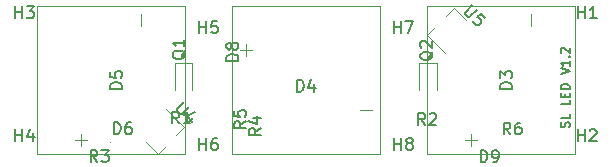
<source format=gbr>
G04 #@! TF.GenerationSoftware,KiCad,Pcbnew,(5.1.4)-1*
G04 #@! TF.CreationDate,2019-12-23T12:12:04-10:00*
G04 #@! TF.ProjectId,SkateLightLEDBoard,536b6174-654c-4696-9768-744c4544426f,rev?*
G04 #@! TF.SameCoordinates,Original*
G04 #@! TF.FileFunction,Legend,Top*
G04 #@! TF.FilePolarity,Positive*
%FSLAX46Y46*%
G04 Gerber Fmt 4.6, Leading zero omitted, Abs format (unit mm)*
G04 Created by KiCad (PCBNEW (5.1.4)-1) date 2019-12-23 12:12:04*
%MOMM*%
%LPD*%
G04 APERTURE LIST*
%ADD10C,0.127000*%
%ADD11C,0.120000*%
%ADD12C,0.100000*%
%ADD13C,0.150000*%
G04 APERTURE END LIST*
D10*
X22299748Y-3989251D02*
X22336034Y-3880394D01*
X22336034Y-3698965D01*
X22299748Y-3626394D01*
X22263462Y-3590108D01*
X22190891Y-3553822D01*
X22118320Y-3553822D01*
X22045748Y-3590108D01*
X22009462Y-3626394D01*
X21973177Y-3698965D01*
X21936891Y-3844108D01*
X21900605Y-3916679D01*
X21864320Y-3952965D01*
X21791748Y-3989251D01*
X21719177Y-3989251D01*
X21646605Y-3952965D01*
X21610320Y-3916679D01*
X21574034Y-3844108D01*
X21574034Y-3662679D01*
X21610320Y-3553822D01*
X22336034Y-2864394D02*
X22336034Y-3227251D01*
X21574034Y-3227251D01*
X22336034Y-1666965D02*
X22336034Y-2029822D01*
X21574034Y-2029822D01*
X21936891Y-1412965D02*
X21936891Y-1158965D01*
X22336034Y-1050108D02*
X22336034Y-1412965D01*
X21574034Y-1412965D01*
X21574034Y-1050108D01*
X22336034Y-723537D02*
X21574034Y-723537D01*
X21574034Y-542108D01*
X21610320Y-433251D01*
X21682891Y-360680D01*
X21755462Y-324394D01*
X21900605Y-288108D01*
X22009462Y-288108D01*
X22154605Y-324394D01*
X22227177Y-360680D01*
X22299748Y-433251D01*
X22336034Y-542108D01*
X22336034Y-723537D01*
X21574034Y510177D02*
X22336034Y764177D01*
X21574034Y1018177D01*
X22336034Y1671320D02*
X22336034Y1235891D01*
X22336034Y1453605D02*
X21574034Y1453605D01*
X21682891Y1381034D01*
X21755462Y1308462D01*
X21791748Y1235891D01*
X22263462Y1997891D02*
X22299748Y2034177D01*
X22336034Y1997891D01*
X22299748Y1961605D01*
X22263462Y1997891D01*
X22336034Y1997891D01*
X21646605Y2324462D02*
X21610320Y2360748D01*
X21574034Y2433320D01*
X21574034Y2614748D01*
X21610320Y2687320D01*
X21646605Y2723605D01*
X21719177Y2759891D01*
X21791748Y2759891D01*
X21900605Y2723605D01*
X22336034Y2288177D01*
X22336034Y2759891D01*
D11*
X-12517828Y-6226630D02*
X-13550203Y-5194254D01*
X-10283370Y-3992172D02*
X-11810721Y-2464822D01*
X-10283370Y-3992172D02*
X-10940979Y-4649782D01*
X-12517828Y-6226630D02*
X-11860218Y-5569021D01*
X12517828Y6099630D02*
X13550203Y5067254D01*
X10283370Y3865172D02*
X11810721Y2337822D01*
X10283370Y3865172D02*
X10940979Y4522782D01*
X12517828Y6099630D02*
X11860218Y5442021D01*
X19050000Y4572000D02*
X19050000Y5588000D01*
X13970000Y-5588000D02*
X13970000Y-4572000D01*
X13462000Y-5080000D02*
X14478000Y-5080000D01*
X10260000Y6250000D02*
X22760000Y6250000D01*
X22760000Y6250000D02*
X22760000Y-6250000D01*
X22760000Y-6250000D02*
X10260000Y-6250000D01*
X10260000Y-6250000D02*
X10260000Y6250000D01*
X4572000Y-2540000D02*
X5588000Y-2540000D01*
X-5588000Y2540000D02*
X-4572000Y2540000D01*
X-5080000Y3048000D02*
X-5080000Y2032000D01*
X6250000Y6250000D02*
X6250000Y-6250000D01*
X6250000Y-6250000D02*
X-6250000Y-6250000D01*
X-6250000Y-6250000D02*
X-6250000Y6250000D01*
X-6250000Y6250000D02*
X6250000Y6250000D01*
X-13970000Y4572000D02*
X-13970000Y5588000D01*
X-19050000Y-5588000D02*
X-19050000Y-4572000D01*
X-19558000Y-5080000D02*
X-18542000Y-5080000D01*
X-22760000Y6250000D02*
X-10260000Y6250000D01*
X-10260000Y6250000D02*
X-10260000Y-6250000D01*
X-10260000Y-6250000D02*
X-22760000Y-6250000D01*
X-22760000Y-6250000D02*
X-22760000Y6250000D01*
D12*
X-16546700Y-5285740D02*
G75*
G03X-16546700Y-5285740I-50000J0D01*
G01*
X-5230660Y-546440D02*
G75*
G03X-5230660Y-546440I-50000J0D01*
G01*
X-6246660Y-546440D02*
G75*
G03X-6246660Y-546440I-50000J0D01*
G01*
X16687480Y-5308600D02*
G75*
G03X16687480Y-5308600I-50000J0D01*
G01*
D11*
X-11085500Y1485000D02*
X-11085500Y-800000D01*
X-9615500Y1485000D02*
X-11085500Y1485000D01*
X-9615500Y-800000D02*
X-9615500Y1485000D01*
X11085500Y-800000D02*
X11085500Y1485000D01*
X11085500Y1485000D02*
X9615500Y1485000D01*
X9615500Y1485000D02*
X9615500Y-800000D01*
D13*
X7493095Y-5905380D02*
X7493095Y-4905380D01*
X7493095Y-5381571D02*
X8064523Y-5381571D01*
X8064523Y-5905380D02*
X8064523Y-4905380D01*
X8683571Y-5333952D02*
X8588333Y-5286333D01*
X8540714Y-5238714D01*
X8493095Y-5143476D01*
X8493095Y-5095857D01*
X8540714Y-5000619D01*
X8588333Y-4953000D01*
X8683571Y-4905380D01*
X8874047Y-4905380D01*
X8969285Y-4953000D01*
X9016904Y-5000619D01*
X9064523Y-5095857D01*
X9064523Y-5143476D01*
X9016904Y-5238714D01*
X8969285Y-5286333D01*
X8874047Y-5333952D01*
X8683571Y-5333952D01*
X8588333Y-5381571D01*
X8540714Y-5429190D01*
X8493095Y-5524428D01*
X8493095Y-5714904D01*
X8540714Y-5810142D01*
X8588333Y-5857761D01*
X8683571Y-5905380D01*
X8874047Y-5905380D01*
X8969285Y-5857761D01*
X9016904Y-5810142D01*
X9064523Y-5714904D01*
X9064523Y-5524428D01*
X9016904Y-5429190D01*
X8969285Y-5381571D01*
X8874047Y-5333952D01*
X7493095Y4000619D02*
X7493095Y5000619D01*
X7493095Y4524428D02*
X8064523Y4524428D01*
X8064523Y4000619D02*
X8064523Y5000619D01*
X8445476Y5000619D02*
X9112142Y5000619D01*
X8683571Y4000619D01*
X-9016904Y-5905380D02*
X-9016904Y-4905380D01*
X-9016904Y-5381571D02*
X-8445476Y-5381571D01*
X-8445476Y-5905380D02*
X-8445476Y-4905380D01*
X-7540714Y-4905380D02*
X-7731190Y-4905380D01*
X-7826428Y-4953000D01*
X-7874047Y-5000619D01*
X-7969285Y-5143476D01*
X-8016904Y-5333952D01*
X-8016904Y-5714904D01*
X-7969285Y-5810142D01*
X-7921666Y-5857761D01*
X-7826428Y-5905380D01*
X-7635952Y-5905380D01*
X-7540714Y-5857761D01*
X-7493095Y-5810142D01*
X-7445476Y-5714904D01*
X-7445476Y-5476809D01*
X-7493095Y-5381571D01*
X-7540714Y-5333952D01*
X-7635952Y-5286333D01*
X-7826428Y-5286333D01*
X-7921666Y-5333952D01*
X-7969285Y-5381571D01*
X-8016904Y-5476809D01*
X-9016904Y4000619D02*
X-9016904Y5000619D01*
X-9016904Y4524428D02*
X-8445476Y4524428D01*
X-8445476Y4000619D02*
X-8445476Y5000619D01*
X-7493095Y5000619D02*
X-7969285Y5000619D01*
X-8016904Y4524428D01*
X-7969285Y4572047D01*
X-7874047Y4619666D01*
X-7635952Y4619666D01*
X-7540714Y4572047D01*
X-7493095Y4524428D01*
X-7445476Y4429190D01*
X-7445476Y4191095D01*
X-7493095Y4095857D01*
X-7540714Y4048238D01*
X-7635952Y4000619D01*
X-7874047Y4000619D01*
X-7969285Y4048238D01*
X-8016904Y4095857D01*
X23050595Y5254619D02*
X23050595Y6254619D01*
X23050595Y5778428D02*
X23622023Y5778428D01*
X23622023Y5254619D02*
X23622023Y6254619D01*
X24622023Y5254619D02*
X24050595Y5254619D01*
X24336309Y5254619D02*
X24336309Y6254619D01*
X24241071Y6111761D01*
X24145833Y6016523D01*
X24050595Y5968904D01*
X23050595Y-5159380D02*
X23050595Y-4159380D01*
X23050595Y-4635571D02*
X23622023Y-4635571D01*
X23622023Y-5159380D02*
X23622023Y-4159380D01*
X24050595Y-4254619D02*
X24098214Y-4207000D01*
X24193452Y-4159380D01*
X24431547Y-4159380D01*
X24526785Y-4207000D01*
X24574404Y-4254619D01*
X24622023Y-4349857D01*
X24622023Y-4445095D01*
X24574404Y-4587952D01*
X24002976Y-5159380D01*
X24622023Y-5159380D01*
X-24574404Y5254619D02*
X-24574404Y6254619D01*
X-24574404Y5778428D02*
X-24002976Y5778428D01*
X-24002976Y5254619D02*
X-24002976Y6254619D01*
X-23622023Y6254619D02*
X-23002976Y6254619D01*
X-23336309Y5873666D01*
X-23193452Y5873666D01*
X-23098214Y5826047D01*
X-23050595Y5778428D01*
X-23002976Y5683190D01*
X-23002976Y5445095D01*
X-23050595Y5349857D01*
X-23098214Y5302238D01*
X-23193452Y5254619D01*
X-23479166Y5254619D01*
X-23574404Y5302238D01*
X-23622023Y5349857D01*
X-24574404Y-5159380D02*
X-24574404Y-4159380D01*
X-24574404Y-4635571D02*
X-24002976Y-4635571D01*
X-24002976Y-5159380D02*
X-24002976Y-4159380D01*
X-23098214Y-4492714D02*
X-23098214Y-5159380D01*
X-23336309Y-4111761D02*
X-23574404Y-4826047D01*
X-22955357Y-4826047D01*
X-10321755Y-1878259D02*
X-10894175Y-2450679D01*
X-10927847Y-2551694D01*
X-10927847Y-2619038D01*
X-10894175Y-2720053D01*
X-10759488Y-2854740D01*
X-10658473Y-2888412D01*
X-10591129Y-2888412D01*
X-10490114Y-2854740D01*
X-9917694Y-2282320D01*
X-9513633Y-3157786D02*
X-9985038Y-3629190D01*
X-9412618Y-2720053D02*
X-10086053Y-3056771D01*
X-9648320Y-3494503D01*
X14110577Y6386973D02*
X13538157Y5814553D01*
X13504485Y5713538D01*
X13504485Y5646194D01*
X13538157Y5545179D01*
X13672844Y5410492D01*
X13773859Y5376820D01*
X13841203Y5376820D01*
X13942218Y5410492D01*
X14514638Y5982912D01*
X15188073Y5309477D02*
X14851355Y5646194D01*
X14480966Y5343148D01*
X14548309Y5343148D01*
X14649325Y5309477D01*
X14817683Y5141118D01*
X14851355Y5040103D01*
X14851355Y4972759D01*
X14817683Y4871744D01*
X14649325Y4703385D01*
X14548309Y4669713D01*
X14480966Y4669713D01*
X14379951Y4703385D01*
X14211592Y4871744D01*
X14177920Y4972759D01*
X14177920Y5040103D01*
X17462380Y-738095D02*
X16462380Y-738095D01*
X16462380Y-499999D01*
X16510000Y-357142D01*
X16605238Y-261904D01*
X16700476Y-214285D01*
X16890952Y-166666D01*
X17033809Y-166666D01*
X17224285Y-214285D01*
X17319523Y-261904D01*
X17414761Y-357142D01*
X17462380Y-500000D01*
X17462380Y-738095D01*
X16462380Y166666D02*
X16462380Y785714D01*
X16843333Y452380D01*
X16843333Y595238D01*
X16890952Y690476D01*
X16938571Y738095D01*
X17033809Y785714D01*
X17271904Y785714D01*
X17367142Y738095D01*
X17414761Y690476D01*
X17462380Y595238D01*
X17462380Y309523D01*
X17414761Y214285D01*
X17367142Y166666D01*
X-738095Y-952380D02*
X-738095Y47619D01*
X-500000Y47619D01*
X-357142Y0D01*
X-261904Y-95238D01*
X-214285Y-190476D01*
X-166666Y-380952D01*
X-166666Y-523809D01*
X-214285Y-714285D01*
X-261904Y-809523D01*
X-357142Y-904761D01*
X-500000Y-952380D01*
X-738095Y-952380D01*
X690476Y-285714D02*
X690476Y-952380D01*
X452380Y95238D02*
X214285Y-619047D01*
X833333Y-619047D01*
X-15557619Y-738095D02*
X-16557619Y-738095D01*
X-16557619Y-500000D01*
X-16510000Y-357142D01*
X-16414761Y-261904D01*
X-16319523Y-214285D01*
X-16129047Y-166666D01*
X-15986190Y-166666D01*
X-15795714Y-214285D01*
X-15700476Y-261904D01*
X-15605238Y-357142D01*
X-15557619Y-500000D01*
X-15557619Y-738095D01*
X-16557619Y738095D02*
X-16557619Y261904D01*
X-16081428Y214285D01*
X-16129047Y261904D01*
X-16176666Y357142D01*
X-16176666Y595238D01*
X-16129047Y690476D01*
X-16081428Y738095D01*
X-15986190Y785714D01*
X-15748095Y785714D01*
X-15652857Y738095D01*
X-15605238Y690476D01*
X-15557619Y595238D01*
X-15557619Y357142D01*
X-15605238Y261904D01*
X-15652857Y214285D01*
X-16244795Y-4568120D02*
X-16244795Y-3568120D01*
X-16006700Y-3568120D01*
X-15863842Y-3615740D01*
X-15768604Y-3710978D01*
X-15720985Y-3806216D01*
X-15673366Y-3996692D01*
X-15673366Y-4139549D01*
X-15720985Y-4330025D01*
X-15768604Y-4425263D01*
X-15863842Y-4520501D01*
X-16006700Y-4568120D01*
X-16244795Y-4568120D01*
X-14816223Y-3568120D02*
X-15006700Y-3568120D01*
X-15101938Y-3615740D01*
X-15149557Y-3663359D01*
X-15244795Y-3806216D01*
X-15292414Y-3996692D01*
X-15292414Y-4377644D01*
X-15244795Y-4472882D01*
X-15197176Y-4520501D01*
X-15101938Y-4568120D01*
X-14911461Y-4568120D01*
X-14816223Y-4520501D01*
X-14768604Y-4472882D01*
X-14720985Y-4377644D01*
X-14720985Y-4139549D01*
X-14768604Y-4044311D01*
X-14816223Y-3996692D01*
X-14911461Y-3949073D01*
X-15101938Y-3949073D01*
X-15197176Y-3996692D01*
X-15244795Y-4044311D01*
X-15292414Y-4139549D01*
X-5714739Y1652044D02*
X-6714739Y1652044D01*
X-6714739Y1890140D01*
X-6667120Y2032997D01*
X-6571881Y2128235D01*
X-6476643Y2175854D01*
X-6286167Y2223473D01*
X-6143310Y2223473D01*
X-5952834Y2175854D01*
X-5857596Y2128235D01*
X-5762358Y2032997D01*
X-5714739Y1890140D01*
X-5714739Y1652044D01*
X-6286167Y2794901D02*
X-6333786Y2699663D01*
X-6381405Y2652044D01*
X-6476643Y2604425D01*
X-6524262Y2604425D01*
X-6619500Y2652044D01*
X-6667120Y2699663D01*
X-6714739Y2794901D01*
X-6714739Y2985378D01*
X-6667120Y3080616D01*
X-6619500Y3128235D01*
X-6524262Y3175854D01*
X-6476643Y3175854D01*
X-6381405Y3128235D01*
X-6333786Y3080616D01*
X-6286167Y2985378D01*
X-6286167Y2794901D01*
X-6238548Y2699663D01*
X-6190929Y2652044D01*
X-6095691Y2604425D01*
X-5905215Y2604425D01*
X-5809977Y2652044D01*
X-5762358Y2699663D01*
X-5714739Y2794901D01*
X-5714739Y2985378D01*
X-5762358Y3080616D01*
X-5809977Y3128235D01*
X-5905215Y3175854D01*
X-6095691Y3175854D01*
X-6190929Y3128235D01*
X-6238548Y3080616D01*
X-6286167Y2985378D01*
X14809384Y-6930980D02*
X14809384Y-5930980D01*
X15047480Y-5930980D01*
X15190337Y-5978600D01*
X15285575Y-6073838D01*
X15333194Y-6169076D01*
X15380813Y-6359552D01*
X15380813Y-6502409D01*
X15333194Y-6692885D01*
X15285575Y-6788123D01*
X15190337Y-6883361D01*
X15047480Y-6930980D01*
X14809384Y-6930980D01*
X15857003Y-6930980D02*
X16047480Y-6930980D01*
X16142718Y-6883361D01*
X16190337Y-6835742D01*
X16285575Y-6692885D01*
X16333194Y-6502409D01*
X16333194Y-6121457D01*
X16285575Y-6026219D01*
X16237956Y-5978600D01*
X16142718Y-5930980D01*
X15952241Y-5930980D01*
X15857003Y-5978600D01*
X15809384Y-6026219D01*
X15761765Y-6121457D01*
X15761765Y-6359552D01*
X15809384Y-6454790D01*
X15857003Y-6502409D01*
X15952241Y-6550028D01*
X16142718Y-6550028D01*
X16237956Y-6502409D01*
X16285575Y-6454790D01*
X16333194Y-6359552D01*
X-10173720Y2538741D02*
X-10221340Y2443503D01*
X-10316578Y2348265D01*
X-10459435Y2205408D01*
X-10507054Y2110170D01*
X-10507054Y2014932D01*
X-10268959Y2062551D02*
X-10316578Y1967313D01*
X-10411816Y1872075D01*
X-10602292Y1824456D01*
X-10935625Y1824456D01*
X-11126101Y1872075D01*
X-11221340Y1967313D01*
X-11268959Y2062551D01*
X-11268959Y2253027D01*
X-11221340Y2348265D01*
X-11126101Y2443503D01*
X-10935625Y2491122D01*
X-10602292Y2491122D01*
X-10411816Y2443503D01*
X-10316578Y2348265D01*
X-10268959Y2253027D01*
X-10268959Y2062551D01*
X-10268959Y3443503D02*
X-10268959Y2872075D01*
X-10268959Y3157789D02*
X-11268959Y3157789D01*
X-11126101Y3062551D01*
X-11030863Y2967313D01*
X-10983244Y2872075D01*
X10768579Y2426981D02*
X10720960Y2331743D01*
X10625721Y2236505D01*
X10482864Y2093648D01*
X10435245Y1998410D01*
X10435245Y1903172D01*
X10673340Y1950791D02*
X10625721Y1855553D01*
X10530483Y1760315D01*
X10340007Y1712696D01*
X10006674Y1712696D01*
X9816198Y1760315D01*
X9720960Y1855553D01*
X9673340Y1950791D01*
X9673340Y2141267D01*
X9720960Y2236505D01*
X9816198Y2331743D01*
X10006674Y2379362D01*
X10340007Y2379362D01*
X10530483Y2331743D01*
X10625721Y2236505D01*
X10673340Y2141267D01*
X10673340Y1950791D01*
X9768579Y2760315D02*
X9720960Y2807934D01*
X9673340Y2903172D01*
X9673340Y3141267D01*
X9720960Y3236505D01*
X9768579Y3284124D01*
X9863817Y3331743D01*
X9959055Y3331743D01*
X10101912Y3284124D01*
X10673340Y2712696D01*
X10673340Y3331743D01*
X-10707666Y-3654380D02*
X-11041000Y-3178190D01*
X-11279095Y-3654380D02*
X-11279095Y-2654380D01*
X-10898142Y-2654380D01*
X-10802904Y-2702000D01*
X-10755285Y-2749619D01*
X-10707666Y-2844857D01*
X-10707666Y-2987714D01*
X-10755285Y-3082952D01*
X-10802904Y-3130571D01*
X-10898142Y-3178190D01*
X-11279095Y-3178190D01*
X-9755285Y-3654380D02*
X-10326714Y-3654380D01*
X-10041000Y-3654380D02*
X-10041000Y-2654380D01*
X-10136238Y-2797238D01*
X-10231476Y-2892476D01*
X-10326714Y-2940095D01*
X10110173Y-3792480D02*
X9776840Y-3316290D01*
X9538744Y-3792480D02*
X9538744Y-2792480D01*
X9919697Y-2792480D01*
X10014935Y-2840100D01*
X10062554Y-2887719D01*
X10110173Y-2982957D01*
X10110173Y-3125814D01*
X10062554Y-3221052D01*
X10014935Y-3268671D01*
X9919697Y-3316290D01*
X9538744Y-3316290D01*
X10491125Y-2887719D02*
X10538744Y-2840100D01*
X10633982Y-2792480D01*
X10872078Y-2792480D01*
X10967316Y-2840100D01*
X11014935Y-2887719D01*
X11062554Y-2982957D01*
X11062554Y-3078195D01*
X11014935Y-3221052D01*
X10443506Y-3792480D01*
X11062554Y-3792480D01*
X-17641866Y-6908120D02*
X-17975200Y-6431930D01*
X-18213295Y-6908120D02*
X-18213295Y-5908120D01*
X-17832342Y-5908120D01*
X-17737104Y-5955740D01*
X-17689485Y-6003359D01*
X-17641866Y-6098597D01*
X-17641866Y-6241454D01*
X-17689485Y-6336692D01*
X-17737104Y-6384311D01*
X-17832342Y-6431930D01*
X-18213295Y-6431930D01*
X-17308533Y-5908120D02*
X-16689485Y-5908120D01*
X-17022819Y-6289073D01*
X-16879961Y-6289073D01*
X-16784723Y-6336692D01*
X-16737104Y-6384311D01*
X-16689485Y-6479549D01*
X-16689485Y-6717644D01*
X-16737104Y-6812882D01*
X-16784723Y-6860501D01*
X-16879961Y-6908120D01*
X-17165676Y-6908120D01*
X-17260914Y-6860501D01*
X-17308533Y-6812882D01*
X-3809739Y-4055406D02*
X-4285929Y-4388740D01*
X-3809739Y-4626835D02*
X-4809739Y-4626835D01*
X-4809739Y-4245882D01*
X-4762120Y-4150644D01*
X-4714500Y-4103025D01*
X-4619262Y-4055406D01*
X-4476405Y-4055406D01*
X-4381167Y-4103025D01*
X-4333548Y-4150644D01*
X-4285929Y-4245882D01*
X-4285929Y-4626835D01*
X-4476405Y-3198263D02*
X-3809739Y-3198263D01*
X-4857358Y-3436359D02*
X-4143072Y-3674454D01*
X-4143072Y-3055406D01*
X-5072119Y-3486446D02*
X-5548309Y-3819780D01*
X-5072119Y-4057875D02*
X-6072119Y-4057875D01*
X-6072119Y-3676922D01*
X-6024500Y-3581684D01*
X-5976880Y-3534065D01*
X-5881642Y-3486446D01*
X-5738785Y-3486446D01*
X-5643547Y-3534065D01*
X-5595928Y-3581684D01*
X-5548309Y-3676922D01*
X-5548309Y-4057875D01*
X-6072119Y-2581684D02*
X-6072119Y-3057875D01*
X-5595928Y-3105494D01*
X-5643547Y-3057875D01*
X-5691166Y-2962637D01*
X-5691166Y-2724541D01*
X-5643547Y-2629303D01*
X-5595928Y-2581684D01*
X-5500690Y-2534065D01*
X-5262595Y-2534065D01*
X-5167357Y-2581684D01*
X-5119738Y-2629303D01*
X-5072119Y-2724541D01*
X-5072119Y-2962637D01*
X-5119738Y-3057875D01*
X-5167357Y-3105494D01*
X17326313Y-4590980D02*
X16992980Y-4114790D01*
X16754884Y-4590980D02*
X16754884Y-3590980D01*
X17135837Y-3590980D01*
X17231075Y-3638600D01*
X17278694Y-3686219D01*
X17326313Y-3781457D01*
X17326313Y-3924314D01*
X17278694Y-4019552D01*
X17231075Y-4067171D01*
X17135837Y-4114790D01*
X16754884Y-4114790D01*
X18183456Y-3590980D02*
X17992980Y-3590980D01*
X17897741Y-3638600D01*
X17850122Y-3686219D01*
X17754884Y-3829076D01*
X17707265Y-4019552D01*
X17707265Y-4400504D01*
X17754884Y-4495742D01*
X17802503Y-4543361D01*
X17897741Y-4590980D01*
X18088218Y-4590980D01*
X18183456Y-4543361D01*
X18231075Y-4495742D01*
X18278694Y-4400504D01*
X18278694Y-4162409D01*
X18231075Y-4067171D01*
X18183456Y-4019552D01*
X18088218Y-3971933D01*
X17897741Y-3971933D01*
X17802503Y-4019552D01*
X17754884Y-4067171D01*
X17707265Y-4162409D01*
M02*

</source>
